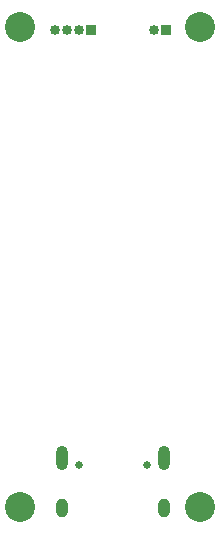
<source format=gbs>
G04 #@! TF.GenerationSoftware,KiCad,Pcbnew,(6.0.6)*
G04 #@! TF.CreationDate,2022-07-14T08:26:48+02:00*
G04 #@! TF.ProjectId,hs3-arduino-nano,6873332d-6172-4647-9569-6e6f2d6e616e,rev?*
G04 #@! TF.SameCoordinates,Original*
G04 #@! TF.FileFunction,Soldermask,Bot*
G04 #@! TF.FilePolarity,Negative*
%FSLAX46Y46*%
G04 Gerber Fmt 4.6, Leading zero omitted, Abs format (unit mm)*
G04 Created by KiCad (PCBNEW (6.0.6)) date 2022-07-14 08:26:48*
%MOMM*%
%LPD*%
G01*
G04 APERTURE LIST*
%ADD10C,2.540000*%
%ADD11R,0.850000X0.850000*%
%ADD12O,0.850000X0.850000*%
%ADD13C,0.650000*%
%ADD14O,1.000000X2.100000*%
%ADD15O,1.000000X1.600000*%
G04 APERTURE END LIST*
D10*
X139446000Y-68707000D03*
X139446000Y-109347000D03*
X154686000Y-109347000D03*
X154686000Y-68707000D03*
D11*
X151765000Y-68961000D03*
D12*
X150765000Y-68961000D03*
D13*
X150210000Y-105731000D03*
X144430000Y-105731000D03*
D14*
X143000000Y-105201000D03*
D15*
X151640000Y-109381000D03*
X143000000Y-109381000D03*
D14*
X151640000Y-105201000D03*
D11*
X145415000Y-68935600D03*
D12*
X144415000Y-68935600D03*
X143415000Y-68935600D03*
X142415000Y-68935600D03*
M02*

</source>
